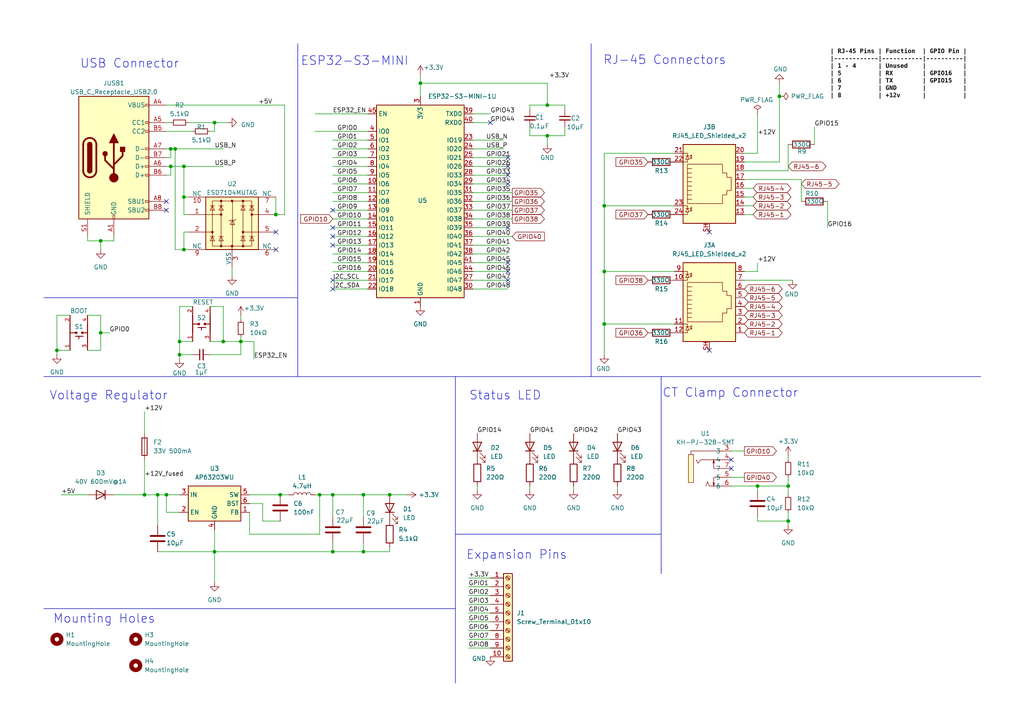
<source format=kicad_sch>
(kicad_sch (version 20231120) (generator "eeschema") (generator_version "8.0")
  (paper "A4")
  (junction (at 158.75 30.48))
  (junction (at 64.77 99.06))
  (junction (at 96.52 143.51))
  (junction (at 175.26 93.98))
  (junction (at 29.21 96.52))
  (junction (at 158.75 39.37))
  (junction (at 105.41 143.51))
  (junction (at 92.71 143.51))
  (junction (at 48.26 143.51))
  (junction (at 50.8 43.18))
  (junction (at 49.53 43.18))
  (junction (at 49.53 48.26))
  (junction (at 69.85 99.06))
  (junction (at 219.71 140.97))
  (junction (at 175.26 59.69))
  (junction (at 41.91 143.51))
  (junction (at 62.23 160.02))
  (junction (at 175.26 78.74))
  (junction (at 121.92 24.13))
  (junction (at 16.51 101.6))
  (junction (at 80.01 62.23))
  (junction (at 53.34 72.39))
  (junction (at 45.72 143.51))
  (junction (at 81.28 143.51))
  (junction (at 96.52 160.02))
  (junction (at 226.06 27.94))
  (junction (at 52.07 102.87))
  (junction (at 105.41 160.02))
  (junction (at 53.34 48.26))
  (junction (at 228.6 151.13))
  (junction (at 113.03 143.51))
  (junction (at 52.07 99.06))
  (junction (at 53.34 57.15))
  (junction (at 62.23 35.56))
  (junction (at 29.21 69.85))
  (junction (at 228.6 140.97))
  (no_connect (at 147.32 53.34))
  (no_connect (at 80.01 67.31))
  (no_connect (at 147.32 50.8))
  (no_connect (at 96.52 83.82))
  (no_connect (at 212.09 135.89))
  (no_connect (at 205.74 101.6))
  (no_connect (at 147.32 81.28))
  (no_connect (at 147.32 76.2))
  (no_connect (at 142.24 35.56))
  (no_connect (at 147.32 78.74))
  (no_connect (at 96.52 68.58))
  (no_connect (at 147.32 66.04))
  (no_connect (at 205.74 67.31))
  (no_connect (at 48.26 58.42))
  (no_connect (at 96.52 60.96))
  (no_connect (at 147.32 48.26))
  (no_connect (at 80.01 72.39))
  (no_connect (at 48.26 60.96))
  (no_connect (at 147.32 45.72))
  (no_connect (at 212.09 133.35))
  (no_connect (at 96.52 71.12))
  (no_connect (at 96.52 81.28))
  (no_connect (at 96.52 66.04))
  (wire (pts (xy 64.77 88.9) (xy 64.77 99.06)))
  (wire (pts (xy 175.26 93.98) (xy 195.58 93.98)))
  (wire (pts (xy 62.23 168.91) (xy 62.23 160.02)))
  (wire (pts (xy 54.61 35.56) (xy 62.23 35.56)))
  (wire (pts (xy 137.16 81.28) (xy 147.32 81.28)))
  (wire (pts (xy 76.2 151.13) (xy 76.2 146.05)))
  (wire (pts (xy 80.01 62.23) (xy 82.55 62.23)))
  (wire (pts (xy 163.83 39.37) (xy 158.75 39.37)))
  (wire (pts (xy 20.32 91.44) (xy 16.51 91.44)))
  (wire (pts (xy 25.4 101.6) (xy 29.21 101.6)))
  (wire (pts (xy 33.02 143.51) (xy 41.91 143.51)))
  (wire (pts (xy 163.83 36.83) (xy 163.83 39.37)))
  (wire (pts (xy 135.89 187.96) (xy 142.24 187.96)))
  (wire (pts (xy 62.23 160.02) (xy 62.23 153.67)))
  (wire (pts (xy 29.21 101.6) (xy 29.21 96.52)))
  (wire (pts (xy 215.9 78.74) (xy 219.71 78.74)))
  (wire (pts (xy 16.51 101.6) (xy 20.32 101.6)))
  (wire (pts (xy 64.77 88.9) (xy 60.96 88.9)))
  (wire (pts (xy 219.71 151.13) (xy 228.6 151.13)))
  (wire (pts (xy 53.34 57.15) (xy 53.34 62.23)))
  (wire (pts (xy 228.6 140.97) (xy 219.71 140.97)))
  (wire (pts (xy 215.9 52.07) (xy 232.41 52.07)))
  (wire (pts (xy 219.71 78.74) (xy 219.71 76.2)))
  (wire (pts (xy 135.89 177.8) (xy 142.24 177.8)))
  (wire (pts (xy 52.07 88.9) (xy 55.88 88.9)))
  (wire (pts (xy 137.16 76.2) (xy 147.32 76.2)))
  (wire (pts (xy 226.06 24.13) (xy 226.06 27.94)))
  (wire (pts (xy 121.92 21.59) (xy 121.92 24.13)))
  (wire (pts (xy 91.44 33.02) (xy 106.68 33.02)))
  (wire (pts (xy 138.43 140.97) (xy 138.43 142.24)))
  (wire (pts (xy 92.71 143.51) (xy 92.71 154.94)))
  (wire (pts (xy 163.83 31.75) (xy 163.83 30.48)))
  (wire (pts (xy 83.82 143.51) (xy 81.28 143.51)))
  (wire (pts (xy 72.39 148.59) (xy 72.39 154.94)))
  (wire (pts (xy 215.9 59.69) (xy 218.44 59.69)))
  (wire (pts (xy 137.16 68.58) (xy 148.59 68.58)))
  (wire (pts (xy 92.71 143.51) (xy 91.44 143.51)))
  (wire (pts (xy 96.52 66.04) (xy 106.68 66.04)))
  (wire (pts (xy 53.34 48.26) (xy 53.34 57.15)))
  (wire (pts (xy 96.52 157.48) (xy 96.52 160.02)))
  (wire (pts (xy 53.34 57.15) (xy 54.61 57.15)))
  (wire (pts (xy 226.06 27.94) (xy 226.06 46.99)))
  (wire (pts (xy 96.52 53.34) (xy 106.68 53.34)))
  (wire (pts (xy 215.9 57.15) (xy 218.44 57.15)))
  (wire (pts (xy 158.75 24.13) (xy 158.75 30.48)))
  (polyline (pts (xy 12.7 176.53) (xy 132.08 176.53)))
  (wire (pts (xy 175.26 93.98) (xy 175.26 102.87)))
  (wire (pts (xy 96.52 40.64) (xy 106.68 40.64)))
  (wire (pts (xy 228.6 133.35) (xy 228.6 132.08)))
  (wire (pts (xy 219.71 149.86) (xy 219.71 151.13)))
  (wire (pts (xy 175.26 59.69) (xy 195.58 59.69)))
  (wire (pts (xy 49.53 45.72) (xy 49.53 43.18)))
  (wire (pts (xy 96.52 48.26) (xy 106.68 48.26)))
  (wire (pts (xy 135.89 182.88) (xy 142.24 182.88)))
  (wire (pts (xy 105.41 143.51) (xy 113.03 143.51)))
  (wire (pts (xy 48.26 30.48) (xy 82.55 30.48)))
  (wire (pts (xy 137.16 48.26) (xy 147.32 48.26)))
  (wire (pts (xy 158.75 30.48) (xy 163.83 30.48)))
  (wire (pts (xy 17.78 143.51) (xy 25.4 143.51)))
  (wire (pts (xy 64.77 99.06) (xy 69.85 99.06)))
  (wire (pts (xy 158.75 30.48) (xy 153.67 30.48)))
  (wire (pts (xy 25.4 69.85) (xy 29.21 69.85)))
  (wire (pts (xy 228.6 138.43) (xy 228.6 140.97)))
  (wire (pts (xy 175.26 59.69) (xy 175.26 78.74)))
  (wire (pts (xy 29.21 72.39) (xy 29.21 69.85)))
  (wire (pts (xy 53.34 72.39) (xy 50.8 72.39)))
  (wire (pts (xy 232.41 58.42) (xy 232.41 52.07)))
  (wire (pts (xy 135.89 172.72) (xy 142.24 172.72)))
  (polyline (pts (xy 132.08 154.94) (xy 191.77 154.94)))
  (wire (pts (xy 137.16 50.8) (xy 147.32 50.8)))
  (wire (pts (xy 215.9 54.61) (xy 218.44 54.61)))
  (wire (pts (xy 137.16 43.18) (xy 146.05 43.18)))
  (wire (pts (xy 96.52 68.58) (xy 106.68 68.58)))
  (wire (pts (xy 49.53 48.26) (xy 53.34 48.26)))
  (wire (pts (xy 137.16 63.5) (xy 148.59 63.5)))
  (wire (pts (xy 41.91 143.51) (xy 45.72 143.51)))
  (wire (pts (xy 54.61 72.39) (xy 53.34 72.39)))
  (wire (pts (xy 31.75 96.52) (xy 29.21 96.52)))
  (wire (pts (xy 45.72 160.02) (xy 62.23 160.02)))
  (wire (pts (xy 96.52 43.18) (xy 106.68 43.18)))
  (wire (pts (xy 179.07 140.97) (xy 179.07 142.24)))
  (wire (pts (xy 215.9 44.45) (xy 219.71 44.45)))
  (wire (pts (xy 135.89 175.26) (xy 142.24 175.26)))
  (wire (pts (xy 113.03 143.51) (xy 118.11 143.51)))
  (wire (pts (xy 137.16 58.42) (xy 148.59 58.42)))
  (wire (pts (xy 81.28 143.51) (xy 72.39 143.51)))
  (wire (pts (xy 52.07 148.59) (xy 48.26 148.59)))
  (wire (pts (xy 137.16 60.96) (xy 148.59 60.96)))
  (wire (pts (xy 137.16 40.64) (xy 146.05 40.64)))
  (wire (pts (xy 96.52 78.74) (xy 106.68 78.74)))
  (wire (pts (xy 228.6 148.59) (xy 228.6 151.13)))
  (wire (pts (xy 105.41 157.48) (xy 105.41 160.02)))
  (wire (pts (xy 135.89 185.42) (xy 142.24 185.42)))
  (wire (pts (xy 29.21 96.52) (xy 29.21 91.44)))
  (wire (pts (xy 48.26 50.8) (xy 49.53 50.8)))
  (wire (pts (xy 69.85 97.79) (xy 69.85 99.06)))
  (wire (pts (xy 236.22 36.83) (xy 236.22 41.91)))
  (wire (pts (xy 105.41 143.51) (xy 96.52 143.51)))
  (wire (pts (xy 16.51 91.44) (xy 16.51 101.6)))
  (wire (pts (xy 69.85 99.06) (xy 69.85 102.87)))
  (wire (pts (xy 45.72 143.51) (xy 45.72 152.4)))
  (wire (pts (xy 228.6 49.53) (xy 215.9 49.53)))
  (wire (pts (xy 52.07 88.9) (xy 52.07 99.06)))
  (wire (pts (xy 48.26 143.51) (xy 52.07 143.51)))
  (wire (pts (xy 137.16 66.04) (xy 147.32 66.04)))
  (wire (pts (xy 240.03 58.42) (xy 240.03 66.04)))
  (wire (pts (xy 91.44 38.1) (xy 106.68 38.1)))
  (wire (pts (xy 142.24 33.02) (xy 137.16 33.02)))
  (polyline (pts (xy 191.77 109.22) (xy 191.77 166.37)))
  (wire (pts (xy 52.07 102.87) (xy 55.88 102.87)))
  (wire (pts (xy 48.26 45.72) (xy 49.53 45.72)))
  (wire (pts (xy 53.34 67.31) (xy 53.34 72.39)))
  (wire (pts (xy 60.96 102.87) (xy 69.85 102.87)))
  (wire (pts (xy 175.26 44.45) (xy 175.26 59.69)))
  (wire (pts (xy 50.8 43.18) (xy 64.77 43.18)))
  (wire (pts (xy 215.9 62.23) (xy 218.44 62.23)))
  (wire (pts (xy 142.24 35.56) (xy 137.16 35.56)))
  (wire (pts (xy 219.71 33.02) (xy 219.71 44.45)))
  (wire (pts (xy 49.53 43.18) (xy 50.8 43.18)))
  (polyline (pts (xy 12.7 109.22) (xy 284.48 109.22)))
  (wire (pts (xy 62.23 38.1) (xy 62.23 35.56)))
  (wire (pts (xy 41.91 133.35) (xy 41.91 143.51)))
  (wire (pts (xy 50.8 72.39) (xy 50.8 43.18)))
  (wire (pts (xy 96.52 63.5) (xy 106.68 63.5)))
  (wire (pts (xy 25.4 91.44) (xy 29.21 91.44)))
  (wire (pts (xy 215.9 81.28) (xy 229.87 81.28)))
  (wire (pts (xy 52.07 102.87) (xy 52.07 104.14)))
  (wire (pts (xy 212.09 140.97) (xy 219.71 140.97)))
  (wire (pts (xy 96.52 83.82) (xy 106.68 83.82)))
  (wire (pts (xy 48.26 35.56) (xy 49.53 35.56)))
  (wire (pts (xy 54.61 67.31) (xy 53.34 67.31)))
  (wire (pts (xy 96.52 81.28) (xy 106.68 81.28)))
  (wire (pts (xy 96.52 58.42) (xy 106.68 58.42)))
  (wire (pts (xy 53.34 48.26) (xy 64.77 48.26)))
  (wire (pts (xy 135.89 167.64) (xy 142.24 167.64)))
  (polyline (pts (xy 321.31 71.12) (xy 389.89 71.12)))
  (polyline (pts (xy 86.36 12.7) (xy 86.36 109.22)))
  (wire (pts (xy 105.41 143.51) (xy 105.41 149.86)))
  (wire (pts (xy 16.51 101.6) (xy 16.51 102.87)))
  (wire (pts (xy 153.67 31.75) (xy 153.67 30.48)))
  (wire (pts (xy 105.41 160.02) (xy 113.03 160.02)))
  (wire (pts (xy 96.52 143.51) (xy 96.52 149.86)))
  (wire (pts (xy 121.92 24.13) (xy 121.92 27.94)))
  (wire (pts (xy 48.26 148.59) (xy 48.26 143.51)))
  (wire (pts (xy 153.67 36.83) (xy 153.67 39.37)))
  (wire (pts (xy 96.52 55.88) (xy 106.68 55.88)))
  (wire (pts (xy 80.01 57.15) (xy 80.01 62.23)))
  (wire (pts (xy 62.23 35.56) (xy 66.04 35.56)))
  (wire (pts (xy 82.55 62.23) (xy 82.55 30.48)))
  (wire (pts (xy 69.85 91.44) (xy 69.85 92.71)))
  (wire (pts (xy 158.75 39.37) (xy 153.67 39.37)))
  (polyline (pts (xy 132.08 109.22) (xy 132.08 198.12)))
  (wire (pts (xy 52.07 102.87) (xy 52.07 99.06)))
  (wire (pts (xy 135.89 180.34) (xy 142.24 180.34)))
  (wire (pts (xy 166.37 140.97) (xy 166.37 142.24)))
  (wire (pts (xy 81.28 151.13) (xy 76.2 151.13)))
  (wire (pts (xy 96.52 60.96) (xy 106.68 60.96)))
  (wire (pts (xy 228.6 152.4) (xy 228.6 151.13)))
  (wire (pts (xy 137.16 45.72) (xy 147.32 45.72)))
  (wire (pts (xy 228.6 140.97) (xy 228.6 143.51)))
  (wire (pts (xy 96.52 143.51) (xy 92.71 143.51)))
  (wire (pts (xy 48.26 48.26) (xy 49.53 48.26)))
  (wire (pts (xy 52.07 99.06) (xy 55.88 99.06)))
  (wire (pts (xy 96.52 45.72) (xy 106.68 45.72)))
  (wire (pts (xy 96.52 50.8) (xy 106.68 50.8)))
  (wire (pts (xy 54.61 62.23) (xy 53.34 62.23)))
  (wire (pts (xy 96.52 160.02) (xy 105.41 160.02)))
  (wire (pts (xy 175.26 78.74) (xy 195.58 78.74)))
  (polyline (pts (xy 12.7 86.36) (xy 86.36 86.36)))
  (wire (pts (xy 96.52 76.2) (xy 106.68 76.2)))
  (wire (pts (xy 49.53 50.8) (xy 49.53 48.26)))
  (wire (pts (xy 25.4 68.58) (xy 25.4 69.85)))
  (wire (pts (xy 96.52 73.66) (xy 106.68 73.66)))
  (wire (pts (xy 67.31 77.47) (xy 67.31 80.01)))
  (wire (pts (xy 48.26 38.1) (xy 55.88 38.1)))
  (wire (pts (xy 135.89 170.18) (xy 142.24 170.18)))
  (wire (pts (xy 137.16 83.82) (xy 147.32 83.82)))
  (wire (pts (xy 33.02 69.85) (xy 29.21 69.85)))
  (wire (pts (xy 72.39 146.05) (xy 76.2 146.05)))
  (wire (pts (xy 60.96 99.06) (xy 64.77 99.06)))
  (wire (pts (xy 153.67 140.97) (xy 153.67 142.24)))
  (wire (pts (xy 158.75 24.13) (xy 121.92 24.13)))
  (wire (pts (xy 228.6 41.91) (xy 228.6 49.53)))
  (wire (pts (xy 137.16 71.12) (xy 147.32 71.12)))
  (wire (pts (xy 96.52 71.12) (xy 106.68 71.12)))
  (wire (pts (xy 212.09 138.43) (xy 215.9 138.43)))
  (wire (pts (xy 62.23 160.02) (xy 96.52 160.02)))
  (wire (pts (xy 137.16 55.88) (xy 148.59 55.88)))
  (wire (pts (xy 175.26 78.74) (xy 175.26 93.98)))
  (wire (pts (xy 72.39 154.94) (xy 92.71 154.94)))
  (wire (pts (xy 41.91 119.38) (xy 41.91 125.73)))
  (wire (pts (xy 48.26 43.18) (xy 49.53 43.18)))
  (wire (pts (xy 195.58 44.45) (xy 175.26 44.45)))
  (wire (pts (xy 158.75 41.91) (xy 158.75 39.37)))
  (wire (pts (xy 137.16 53.34) (xy 147.32 53.34)))
  (wire (pts (xy 212.09 130.81) (xy 215.9 130.81)))
  (wire (pts (xy 219.71 142.24) (xy 219.71 140.97)))
  (wire (pts (xy 73.66 99.06) (xy 69.85 99.06)))
  (wire (pts (xy 33.02 68.58) (xy 33.02 69.85)))
  (wire (pts (xy 60.96 38.1) (xy 62.23 38.1)))
  (wire (pts (xy 113.03 158.75) (xy 113.03 160.02)))
  (wire (pts (xy 215.9 46.99) (xy 226.06 46.99)))
  (polyline (pts (xy 171.45 12.7) (xy 171.45 109.22)))
  (wire (pts (xy 137.16 73.66) (xy 147.32 73.66)))
  (wire (pts (xy 73.66 104.14) (xy 73.66 99.06)))
  (wire (pts (xy 137.16 78.74) (xy 147.32 78.74)))
  (wire (pts (xy 45.72 143.51) (xy 48.26 143.51)))
  (text "ESP32-S3-MINI" (exclude_from_sim yes) (at 102.87 17.78 0) (effects (font (size 2.54 2.54))))
  (text "USB Connector" (exclude_from_sim yes) (at 37.592 18.542 0) (effects (font (size 2.54 2.54))))
  (text "RJ-45 Connectors" (exclude_from_sim yes) (at 192.786 17.526 0) (effects (font (size 2.54 2.54))))
  (text "Status LED" (exclude_from_sim yes) (at 146.558 114.808 0) (effects (font (size 2.54 2.54))))
  (text "CT Clamp Connector" (exclude_from_sim yes) (at 211.836 114.046 0) (effects (font (size 2.54 2.54))))
  (text "Expansion Pins" (exclude_from_sim yes) (at 149.86 161.036 0) (effects (font (size 2.54 2.54))))
  (text "Voltage Regulator" (exclude_from_sim yes) (at 31.496 114.808 0) (effects (font (size 2.54 2.54))))
  (text "Mounting Holes" (exclude_from_sim yes) (at 30.226 179.578 0) (effects (font (size 2.54 2.54))))
  (text "| RJ-45 Pins | Function  | GPIO Pin |\n|------------|-----------|----------|\n| 1 - 4      | Unused    |          |\n| 5          | RX        | GPIO16   |\n| 6          | TX        | GPIO15   |\n| 7          | GND       |          |\n| 8          | +12v      |          |" (exclude_from_sim yes) (at 260.604 21.844 0) (effects (font (size 1.27 1.27) (thickness 0.254) (bold yes))))
  (label "GPIO8" (at 97.79 58.42 0))
  (label "GPIO42" (at 166.37 125.73 0))
  (label "GPIO47" (at 140.97 81.28 0))
  (label "GPIO6" (at 135.89 182.88 0))
  (label "GPIO12" (at 97.79 68.58 0))
  (label "GPIO21" (at 140.97 45.72 0))
  (label "GPIO8" (at 135.89 187.96 0))
  (label "ESP32_EN" (at 73.66 104.14 0))
  (label "GPIO46" (at 140.97 78.74 0))
  (label "GPIO38" (at 140.97 63.5 0))
  (label "GPIO16" (at 240.03 66.04 0))
  (label "GPIO40" (at 140.97 68.58 0))
  (label "USB_P" (at 62.23 48.26 0))
  (label "GPIO6" (at 97.79 53.34 0))
  (label "GPIO15" (at 97.79 76.2 0))
  (label "GPIO13" (at 97.79 71.12 0))
  (label "GPIO1" (at 135.89 170.18 0))
  (label "USB_N" (at 140.97 40.64 0))
  (label "+12V" (at 219.71 39.37 0))
  (label "+3.3V" (at 135.89 167.64 0))
  (label "GPIO41" (at 153.67 125.73 0))
  (label "GPIO14" (at 97.79 73.66 0))
  (label "+12V" (at 41.91 119.38 0))
  (label "GPIO15" (at 236.22 36.83 0))
  (label "GPIO35" (at 140.97 55.88 0))
  (label "GPIO10" (at 97.79 63.5 0))
  (label "GPIO4" (at 135.89 177.8 0))
  (label "+5V" (at 74.93 30.48 0))
  (label "GPIO4" (at 97.79 48.26 0))
  (label "GPIO41" (at 140.97 71.12 0))
  (label "GPIO2" (at 97.79 43.18 0))
  (label "GPIO43" (at 142.24 33.02 0))
  (label "GPIO9" (at 97.79 60.96 0))
  (label "I2C_SDA" (at 96.52 83.82 0))
  (label "GPIO7" (at 97.79 55.88 0))
  (label "GPIO33" (at 140.97 50.8 0))
  (label "+3.3V" (at 165.1 22.86 180))
  (label "GPIO48" (at 140.97 83.82 0))
  (label "GPIO3" (at 97.79 45.72 0))
  (label "USB_P" (at 140.97 43.18 0))
  (label "+12V_fused" (at 41.91 138.43 0))
  (label "+12V" (at 219.71 76.2 0))
  (label "GPIO16" (at 97.79 78.74 0))
  (label "GPIO14" (at 138.43 125.73 0))
  (label "I2C_SCL" (at 96.52 81.28 0))
  (label "GPIO42" (at 140.97 73.66 0))
  (label "GPIO34" (at 140.97 53.34 0))
  (label "GPIO11" (at 97.79 66.04 0))
  (label "+5V" (at 17.78 143.51 0))
  (label "GPIO45" (at 140.97 76.2 0))
  (label "GPIO5" (at 135.89 180.34 0))
  (label "GPIO3" (at 135.89 175.26 0))
  (label "GPIO37" (at 140.97 60.96 0))
  (label "GPIO5" (at 97.79 50.8 0))
  (label "GPIO44" (at 142.24 35.56 0))
  (label "GPIO39" (at 140.97 66.04 0))
  (label "GPIO26" (at 140.97 48.26 0))
  (label "ESP32_EN" (at 96.52 33.02 0))
  (label "GPIO0" (at 97.79 38.1 0))
  (label "USB_N" (at 62.23 43.18 0))
  (label "GPIO2" (at 135.89 172.72 0))
  (label "GPIO0" (at 31.75 96.52 0))
  (label "GPIO43" (at 179.07 125.73 0))
  (label "GPIO7" (at 135.89 185.42 0))
  (label "GPIO36" (at 140.97 58.42 0))
  (label "GPIO1" (at 97.79 40.64 0))
  (global_label "RJ45-1" (shape bidirectional) (at 218.44 62.23 0) (property "Intersheetrefs" "${INTERSHEET_REFS}" (effects (hide yes))))
  (global_label "RJ45-2" (shape bidirectional) (at 218.44 59.69 0) (property "Intersheetrefs" "${INTERSHEET_REFS}" (effects (hide yes))))
  (global_label "RJ45-5" (shape bidirectional) (at 215.9 86.36 0) (property "Intersheetrefs" "${INTERSHEET_REFS}" (effects (hide yes))))
  (global_label "GPIO37" (shape input) (at 187.96 62.23 180) (property "Intersheetrefs" "${INTERSHEET_REFS}" (effects (hide yes))))
  (global_label "RJ45-6" (shape bidirectional) (at 215.9 83.82 0) (property "Intersheetrefs" "${INTERSHEET_REFS}" (effects (hide yes))))
  (global_label "GPIO40" (shape output) (at 215.9 138.43 0) (property "Intersheetrefs" "${INTERSHEET_REFS}" (effects (hide yes))))
  (global_label "GPIO35" (shape output) (at 148.59 55.88 0) (property "Intersheetrefs" "${INTERSHEET_REFS}" (effects (hide yes))))
  (global_label "RJ45-4" (shape bidirectional) (at 218.44 54.61 0) (property "Intersheetrefs" "${INTERSHEET_REFS}" (effects (hide yes))))
  (global_label "RJ45-6" (shape bidirectional) (at 228.6 48.26 0) (property "Intersheetrefs" "${INTERSHEET_REFS}" (effects (hide yes))))
  (global_label "RJ45-4" (shape bidirectional) (at 215.9 88.9 0) (property "Intersheetrefs" "${INTERSHEET_REFS}" (effects (hide yes))))
  (global_label "RJ45-3" (shape bidirectional) (at 215.9 91.44 0) (property "Intersheetrefs" "${INTERSHEET_REFS}" (effects (hide yes))))
  (global_label "GPIO37" (shape output) (at 148.59 60.96 0) (property "Intersheetrefs" "${INTERSHEET_REFS}" (effects (hide yes))))
  (global_label "GPIO36" (shape output) (at 148.59 58.42 0) (property "Intersheetrefs" "${INTERSHEET_REFS}" (effects (hide yes))))
  (global_label "GPIO36" (shape input) (at 187.96 96.52 180) (property "Intersheetrefs" "${INTERSHEET_REFS}" (effects (hide yes))))
  (global_label "GPIO38" (shape output) (at 148.59 63.5 0) (property "Intersheetrefs" "${INTERSHEET_REFS}" (effects (hide yes))))
  (global_label "RJ45-2" (shape bidirectional) (at 215.9 93.98 0) (property "Intersheetrefs" "${INTERSHEET_REFS}" (effects (hide yes))))
  (global_label "GPIO10" (shape input) (at 96.52 63.5 180) (property "Intersheetrefs" "${INTERSHEET_REFS}" (effects (hide yes))))
  (global_label "RJ45-5" (shape bidirectional) (at 232.41 53.34 0) (property "Intersheetrefs" "${INTERSHEET_REFS}" (effects (hide yes))))
  (global_label "GPIO40" (shape input) (at 148.59 68.58 0) (property "Intersheetrefs" "${INTERSHEET_REFS}" (effects (hide yes))))
  (global_label "RJ45-1" (shape bidirectional) (at 215.9 96.52 0) (property "Intersheetrefs" "${INTERSHEET_REFS}" (effects (hide yes))))
  (global_label "GPIO10" (shape output) (at 215.9 130.81 0) (property "Intersheetrefs" "${INTERSHEET_REFS}" (effects (hide yes))))
  (global_label "GPIO35" (shape input) (at 187.96 46.99 180) (property "Intersheetrefs" "${INTERSHEET_REFS}" (effects (hide yes))))
  (global_label "RJ45-3" (shape bidirectional) (at 218.44 57.15 0) (property "Intersheetrefs" "${INTERSHEET_REFS}" (effects (hide yes))))
  (global_label "GPIO38" (shape input) (at 187.96 81.28 180) (property "Intersheetrefs" "${INTERSHEET_REFS}" (effects (hide yes))))
  (symbol (lib_id "Device:C_Small") (at 153.67 34.29 0) (unit 1)
    (property "Reference" "C1" (at 156.464 34.036 0))
    (property "Value" "0.1μF" (at 156.464 36.576 0))
    (property "Footprint" "Capacitor_SMD:C_0603_1608Metric" (effects (hide yes)))
    (property "Datasheet" "https://jlcpcb.com/partdetail/C14663" (effects (hide yes)))
    (property "JLC Part#" "C14663" (effects (hide yes)))
  )
  (symbol (lib_id "Device:LED") (at 138.43 129.54 90) (unit 1)
    (property "Reference" "D2" (at 142.24 129.8574 90) (effects (justify right)))
    (property "Value" "LED" (at 142.24 132.3974 90) (effects (justify right)))
    (property "Footprint" "LED_SMD:LED_0603_1608Metric" (effects (hide yes)))
    (property "Datasheet" "https://jlcpcb.com/partdetail/Hubei_KentoElec-KT0603R/C2286" (effects (hide yes)))
    (property "Description" "Light emitting diode" (effects (hide yes)))
    (property "JLC Part#" "C2286" (effects (hide yes)))
  )
  (symbol (lib_id "power:GND") (at 121.92 88.9 0) (unit 1)
    (property "Reference" "#PWR024" (effects (hide yes)))
    (property "Value" "GND" (at 121.92 93.98 0))
  )
  (symbol (lib_id "power:GND") (at 158.75 41.91 0) (unit 1)
    (property "Reference" "#PWR011" (effects (hide yes)))
    (property "Value" "GND" (at 160.782 45.72 0) (effects (justify right)))
  )
  (symbol (lib_id "Device:R") (at 179.07 137.16 0) (unit 1)
    (property "Reference" "R8" (at 181.61 135.8899 0) (effects (justify left)))
    (property "Value" "220Ω" (at 181.61 138.4299 0) (effects (justify left)))
    (property "Footprint" "Resistor_SMD:R_0603_1608Metric" (effects (hide yes)))
    (property "Datasheet" "https://jlcpcb.com/partdetail/C22962" (effects (hide yes)))
    (property "Description" "Resistor" (effects (hide yes)))
    (property "JLC Part#" "C22962" (effects (hide yes)))
  )
  (symbol (lib_id "power:PWR_FLAG") (at 219.71 33.02 0) (unit 1)
    (property "Reference" "#FLG01" (effects (hide yes)))
    (property "Value" "PWR_FLAG" (at 219.456 28.956 0))
    (property "Description" "Special symbol for telling ERC where power comes from" (effects (hide yes)))
  )
  (symbol (lib_id "Device:C_Small") (at 58.42 102.87 90) (unit 1)
    (property "Reference" "C3" (at 58.42 106.172 90))
    (property "Value" "1μF" (at 58.42 107.95 90))
    (property "Footprint" "Capacitor_SMD:C_0603_1608Metric" (effects (hide yes)))
    (property "Datasheet" "https://jlcpcb.com/partdetail/C15849" (effects (hide yes)))
    (property "JLC Part#" "C15849" (effects (hide yes)))
  )
  (symbol (lib_id "power:GND") (at 226.06 24.13 180) (unit 1)
    (property "Reference" "#PWR08" (effects (hide yes)))
    (property "Value" "GND" (at 224.282 20.066 0) (effects (justify right)))
    (property "Description" "Power symbol creates a global label with name \"GND\" , ground" (effects (hide yes)))
  )
  (symbol (lib_id "Mechanical:MountingHole") (at 16.51 185.42 0) (unit 1) (exclude_from_sim yes) (in_bom no)
    (property "Reference" "H1" (at 19.05 184.1499 0) (effects (justify left)))
    (property "Value" "MountingHole" (at 19.05 186.6899 0) (effects (justify left)))
    (property "Footprint" "MountingHole:MountingHole_3.2mm_M3" (effects (hide yes)))
    (property "Description" "Mounting Hole without connection" (effects (hide yes)))
  )
  (symbol (lib_id "power:PWR_FLAG") (at 226.06 27.94 270) (unit 1)
    (property "Reference" "#FLG02" (effects (hide yes)))
    (property "Value" "PWR_FLAG" (at 234.188 27.94 90))
    (property "Description" "Special symbol for telling ERC where power comes from" (effects (hide yes)))
  )
  (symbol (lib_id "power:GND") (at 229.87 81.28 0) (unit 1)
    (property "Reference" "#PWR021" (effects (hide yes)))
    (property "Value" "GND" (at 231.648 85.344 0) (effects (justify right)))
    (property "Description" "Power symbol creates a global label with name \"GND\" , ground" (effects (hide yes)))
  )
  (symbol (lib_id "Device:R_Small") (at 58.42 38.1 90) (unit 1)
    (property "Reference" "R1" (at 58.42 36.83 90))
    (property "Value" "5.1kΩ" (at 58.42 40.64 90))
    (property "Footprint" "Resistor_SMD:R_0603_1608Metric" (effects (hide yes)))
    (property "Datasheet" "https://jlcpcb.com/partdetail/C23186" (effects (hide yes)))
    (property "JLC Part#" "C23186" (effects (hide yes)))
  )
  (symbol (lib_id "Device:R") (at 191.77 96.52 90) (unit 1)
    (property "Reference" "R16" (at 193.802 99.06 90) (effects (justify left)))
    (property "Value" "330Ω" (at 194.31 96.52 90) (effects (justify left)))
    (property "Footprint" "Resistor_SMD:R_0603_1608Metric" (effects (hide yes)))
    (property "Datasheet" "https://jlcpcb.com/partdetail/23865-0603WAF3300T5E/C23138" (effects (hide yes)))
    (property "Description" "Resistor" (effects (hide yes)))
    (property "JLC Part#" "C23138" (effects (hide yes)))
  )
  (symbol (lib_id "Device:R") (at 191.77 62.23 90) (unit 1)
    (property "Reference" "R14" (at 193.802 64.77 90) (effects (justify left)))
    (property "Value" "330Ω" (at 194.31 62.23 90) (effects (justify left)))
    (property "Footprint" "Resistor_SMD:R_0603_1608Metric" (effects (hide yes)))
    (property "Datasheet" "https://jlcpcb.com/partdetail/23865-0603WAF3300T5E/C23138" (effects (hide yes)))
    (property "Description" "Resistor" (effects (hide yes)))
    (property "JLC Part#" "C23138" (effects (hide yes)))
  )
  (symbol (lib_id "Device:C") (at 105.41 153.67 0) (unit 1)
    (property "Reference" "C9" (at 106.172 148.844 0) (effects (justify left)))
    (property "Value" "22μF" (at 106.426 151.13 0) (effects (justify left)))
    (property "Footprint" "Capacitor_SMD:C_0603_1608Metric" (effects (hide yes)))
    (property "Datasheet" "https://jlcpcb.com/partdetail/60514-CL10A226MQ8NRNC/C59461" (effects (hide yes)))
    (property "Description" "Unpolarized capacitor" (effects (hide yes)))
    (property "JLC Part#" "C59461" (effects (hide yes)))
  )
  (symbol (lib_id "Mechanical:MountingHole") (at 39.37 193.04 0) (unit 1) (exclude_from_sim yes) (in_bom no)
    (property "Reference" "H4" (at 41.91 191.7699 0) (effects (justify left)))
    (property "Value" "MountingHole" (at 41.91 194.3099 0) (effects (justify left)))
    (property "Footprint" "MountingHole:MountingHole_3.2mm_M3" (effects (hide yes)))
    (property "Description" "Mounting Hole without connection" (effects (hide yes)))
  )
  (symbol (lib_id "RF_Module:ESP32-S3-MINI-1U") (at 121.92 58.42 0) (unit 1)
    (property "Reference" "U5" (at 121.158 58.166 0) (effects (justify left)))
    (property "Value" "ESP32-S3-MINI-1U" (at 124.1141 27.94 0) (effects (justify left)))
    (property "Footprint" "RF_Module:ESP32-S2-MINI-1U" (effects (hide yes)))
    (property "Datasheet" "https://www.espressif.com/sites/default/files/documentation/esp32-s3-mini-1_mini-1u_datasheet_en.pdf" (effects (hide yes)))
    (property "Description" "RF Module, ESP32-S3 SoC, Wi-Fi 802.11b/g/n, Bluetooth, BLE, 32-bit, 3.3V, SMD, external antenna" (effects (hide yes)))
    (property "JLC" "https://jlcpcb.com/partdetail/3401551-ESP32_S3_MINI_1UN8/C2980299" (effects (hide yes)))
    (property "JLC Part#" "C2980299" (effects (hide yes)))
  )
  (symbol (lib_id "power:GND") (at 166.37 142.24 0) (unit 1)
    (property "Reference" "#PWR012" (effects (hide yes)))
    (property "Value" "GND" (at 166.37 147.32 0))
  )
  (symbol (lib_id "Device:R_Small") (at 52.07 35.56 90) (unit 1)
    (property "Reference" "R2" (at 52.07 30.48 90))
    (property "Value" "5.1kΩ" (at 52.07 33.02 90))
    (property "Footprint" "Resistor_SMD:R_0603_1608Metric" (effects (hide yes)))
    (property "Datasheet" "https://jlcpcb.com/partdetail/C23186" (effects (hide yes)))
    (property "JLC Part#" "C23186" (effects (hide yes)))
  )
  (symbol (lib_id "power:+3.3V") (at 228.6 132.08 0) (unit 1)
    (property "Reference" "#PWR014" (effects (hide yes)))
    (property "Value" "+3.3V" (at 228.6 128.016 0))
    (property "Description" "Power symbol creates a global label with name \"+3.3V\"" (effects (hide yes)))
  )
  (symbol (lib_id "Power_Protection:D3V3XA4B10LP") (at 67.31 64.77 0) (unit 1)
    (property "Reference" "U2" (at 67.31 53.34 0))
    (property "Value" "ESD7104MUTAG" (at 67.31 55.88 0))
    (property "Footprint" "Package_DFN_QFN:Diodes_UDFN-10_1.0x2.5mm_P0.5mm" (effects (hide yes)))
    (property "Datasheet" "https://jlcpcb.com/partdetail/C2987068" (effects (hide yes)))
    (property "JLC Part#" "C2987068" (effects (hide yes)))
  )
  (symbol (lib_id "Device:R") (at 232.41 41.91 90) (unit 1)
    (property "Reference" "R9" (at 233.934 43.942 90) (effects (justify left)))
    (property "Value" "330Ω" (at 235.204 41.91 90) (effects (justify left)))
    (property "Footprint" "Resistor_SMD:R_0603_1608Metric" (effects (hide yes)))
    (property "Datasheet" "https://jlcpcb.com/partdetail/23865-0603WAF3300T5E/C23138" (effects (hide yes)))
    (property "Description" "Resistor" (effects (hide yes)))
    (property "JLC Part#" "C23138" (effects (hide yes)))
  )
  (symbol (lib_id "Device:D") (at 29.21 143.51 180) (unit 1)
    (property "Reference" "D3" (at 29.21 137.16 0))
    (property "Value" "40V 600mV@1A" (at 29.21 139.7 0))
    (property "Footprint" "Diode_SMD:D_SOD-323" (effects (hide yes)))
    (property "Datasheet" "https://jlcpcb.com/partdetail/GuangdongHottech-1N5819WS/C191023" (effects (hide yes)))
    (property "Description" "Diode" (effects (hide yes)))
    (property "JLC Part#" "C191023" (effects (hide yes)))
  )
  (symbol (lib_id "Device:R") (at 191.77 81.28 90) (unit 1)
    (property "Reference" "R15" (at 193.802 83.82 90) (effects (justify left)))
    (property "Value" "330Ω" (at 194.31 81.28 90) (effects (justify left)))
    (property "Footprint" "Resistor_SMD:R_0603_1608Metric" (effects (hide yes)))
    (property "Datasheet" "https://jlcpcb.com/partdetail/23865-0603WAF3300T5E/C23138" (effects (hide yes)))
    (property "Description" "Resistor" (effects (hide yes)))
    (property "JLC Part#" "C23138" (effects (hide yes)))
  )
  (symbol (lib_id "Device:R") (at 191.77 46.99 90) (unit 1)
    (property "Reference" "R13" (at 193.802 49.53 90) (effects (justify left)))
    (property "Value" "330Ω" (at 194.31 46.99 90) (effects (justify left)))
    (property "Footprint" "Resistor_SMD:R_0603_1608Metric" (effects (hide yes)))
    (property "Datasheet" "https://jlcpcb.com/partdetail/23865-0603WAF3300T5E/C23138" (effects (hide yes)))
    (property "Description" "Resistor" (effects (hide yes)))
    (property "JLC Part#" "C23138" (effects (hide yes)))
  )
  (symbol (lib_id "power:GND") (at 67.31 80.01 0) (unit 1)
    (property "Reference" "#PWR03" (effects (hide yes)))
    (property "Value" "GND" (at 67.31 85.09 0))
  )
  (symbol (lib_id "Device:R") (at 236.22 58.42 90) (unit 1)
    (property "Reference" "R10" (at 237.49 56.134 90) (effects (justify left)))
    (property "Value" "330Ω" (at 239.014 58.42 90) (effects (justify left)))
    (property "Footprint" "Resistor_SMD:R_0603_1608Metric" (effects (hide yes)))
    (property "Datasheet" "https://jlcpcb.com/partdetail/23865-0603WAF3300T5E/C23138" (effects (hide yes)))
    (property "Description" "Resistor" (effects (hide yes)))
    (property "JLC Part#" "C23138" (effects (hide yes)))
  )
  (symbol (lib_id "Device:R") (at 138.43 137.16 0) (unit 1)
    (property "Reference" "R5" (at 140.97 135.8899 0) (effects (justify left)))
    (property "Value" "220Ω" (at 140.97 138.4299 0) (effects (justify left)))
    (property "Footprint" "Resistor_SMD:R_0603_1608Metric" (effects (hide yes)))
    (property "Datasheet" "https://jlcpcb.com/partdetail/C22962" (effects (hide yes)))
    (property "Description" "Resistor" (effects (hide yes)))
    (property "JLC Part#" "C22962" (effects (hide yes)))
  )
  (symbol (lib_id "Mechanical:MountingHole") (at 39.37 185.42 0) (unit 1) (exclude_from_sim yes) (in_bom no)
    (property "Reference" "H3" (at 41.91 184.1499 0) (effects (justify left)))
    (property "Value" "MountingHole" (at 41.91 186.6899 0) (effects (justify left)))
    (property "Footprint" "MountingHole:MountingHole_3.2mm_M3" (effects (hide yes)))
    (property "Description" "Mounting Hole without connection" (effects (hide yes)))
  )
  (symbol (lib_id "Connector:Screw_Terminal_01x10") (at 147.32 177.8 0) (unit 1)
    (property "Reference" "J1" (at 149.86 177.7999 0) (effects (justify left)))
    (property "Value" "Screw_Terminal_01x10" (at 149.86 180.3399 0) (effects (justify left)))
    (property "Footprint" "TerminalBlock_Phoenix:TerminalBlock_Phoenix_MPT-0,5-10-2.54_1x10_P2.54mm_Horizontal" (effects (hide yes)))
    (property "Datasheet" "https://www.lcsc.com/product-detail/Screw-Terminal-Blocks_MAX-MX128-2-54-10P-GN01-Cu-Y-A_C5188450.html" (effects (hide yes)))
    (property "Description" "Generic screw terminal, single row, 01x10, script generated (kicad-library-utils/schlib/autogen/connector/)" (effects (hide yes)))
    (property "JLC Part#" "C5188450" (effects (hide yes)))
  )
  (symbol (lib_id "3.5mm-connector:KH-PJ-328-SMT") (at 207.01 135.89 0) (unit 1)
    (property "Reference" "U1" (at 204.595 125.73 0))
    (property "Value" "KH-PJ-328-SMT" (at 204.595 128.27 0))
    (property "Footprint" "3.5mm-connector:AUDIO-SMD_KH-PJ-328-SMT" (effects (hide yes)))
    (property "Datasheet" "https://jlcpcb.com/partdetail/Shenzhen_KinghelmElec-KH_PJ_328SMT/C5123129" (effects (hide yes)))
    (property "LCSC Part" "C5123129" (effects (hide yes)))
  )
  (symbol (lib_id "power:GND") (at 142.24 190.5 0) (unit 1)
    (property "Reference" "#PWR09" (effects (hide yes)))
    (property "Value" "GND" (at 140.97 191.008 0) (effects (justify right)))
  )
  (symbol (lib_id "Device:R_Small") (at 69.85 95.25 180) (unit 1)
    (property "Reference" "R3" (at 72.39 93.9799 0) (effects (justify right)))
    (property "Value" "10kΩ" (at 72.39 96.5199 0) (effects (justify right)))
    (property "Footprint" "Resistor_SMD:R_0603_1608Metric" (effects (hide yes)))
    (property "Datasheet" "https://jlcpcb.com/partdetail/C25804" (effects (hide yes)))
    (property "JLC Part#" "C25804" (effects (hide yes)))
  )
  (symbol (lib_id "power:GND") (at 66.04 35.56 90) (unit 1)
    (property "Reference" "#PWR01" (effects (hide yes)))
    (property "Value" "GND" (at 69.85 36.195 90) (effects (justify right)))
  )
  (symbol (lib_id "power:GND") (at 175.26 102.87 0) (unit 1)
    (property "Reference" "#PWR019" (effects (hide yes)))
    (property "Value" "GND" (at 177.038 106.934 0) (effects (justify right)))
    (property "Description" "Power symbol creates a global label with name \"GND\" , ground" (effects (hide yes)))
  )
  (symbol (lib_id "Device:R_Small") (at 228.6 146.05 180) (unit 1)
    (property "Reference" "R12" (at 231.14 144.7799 0) (effects (justify right)))
    (property "Value" "10kΩ" (at 231.14 147.3199 0) (effects (justify right)))
    (property "Footprint" "Resistor_SMD:R_0603_1608Metric" (effects (hide yes)))
    (property "Datasheet" "https://jlcpcb.com/partdetail/C25804" (effects (hide yes)))
    (property "JLC Part#" "C25804" (effects (hide yes)))
  )
  (symbol (lib_id "power:+3.3V") (at 118.11 143.51 270) (unit 1)
    (property "Reference" "#PWR017" (effects (hide yes)))
    (property "Value" "+3.3V" (at 121.412 143.51 90) (effects (justify left)))
    (property "Description" "Power symbol creates a global label with name \"+3.3V\"" (effects (hide yes)))
  )
  (symbol (lib_id "Device:R") (at 153.67 137.16 0) (unit 1)
    (property "Reference" "R6" (at 156.21 135.8899 0) (effects (justify left)))
    (property "Value" "220Ω" (at 156.21 138.4299 0) (effects (justify left)))
    (property "Footprint" "Resistor_SMD:R_0603_1608Metric" (effects (hide yes)))
    (property "Datasheet" "https://jlcpcb.com/partdetail/C22962" (effects (hide yes)))
    (property "Description" "Resistor" (effects (hide yes)))
    (property "JLC Part#" "C22962" (effects (hide yes)))
  )
  (symbol (lib_id "SKRPACE010:SKRPACE010") (at 58.42 93.98 90) (unit 1)
    (property "Reference" "S2" (at 57.15 92.202 90) (effects (justify right)))
    (property "Value" "RESET" (at 55.88 87.63 90) (effects (justify right)))
    (property "Footprint" "ALPS SKRPACE010:SW_SKRPACE010" (effects (hide yes)))
    (property "MF" "ALPS" (effects (hide yes)))
    (property "Description_1" "\n                        \n                            Switch Tactile N.O. SPST Button J-Bend 0.05A 16VDC 2.55N SMD Automotive T/R\n                        \n" (effects (hide yes)))
    (property "Package" "None" (effects (hide yes)))
    (property "Price" "None" (effects (hide yes)))
    (property "Check_prices" "https://www.snapeda.com/parts/SKRPACE010/ALPS/view-part/?ref=eda" (effects (hide yes)))
    (property "STANDARD" "Maniufacturer Recommendations" (effects (hide yes)))
    (property "SnapEDA_Link" "https://www.snapeda.com/parts/SKRPACE010/ALPS/view-part/?ref=snap" (effects (hide yes)))
    (property "MP" "SKRPACE010" (effects (hide yes)))
    (property "Availability" "In Stock" (effects (hide yes)))
    (property "MANUFACTURER" "ALPS" (effects (hide yes)))
    (property "JLC Part#" "C139797" (effects (hide yes)))
  )
  (symbol (lib_id "power:GND") (at 29.21 72.39 0) (unit 1)
    (property "Reference" "#PWR02" (effects (hide yes)))
    (property "Value" "GND" (at 29.21 77.47 0))
  )
  (symbol (lib_id "power:GND") (at 228.6 152.4 0) (unit 1)
    (property "Reference" "#PWR015" (effects (hide yes)))
    (property "Value" "GND" (at 228.6 157.48 0))
    (property "Description" "Power symbol creates a global label with name \"GND\" , ground" (effects (hide yes)))
  )
  (symbol (lib_id "Device:R") (at 113.03 154.94 0) (unit 1)
    (property "Reference" "R4" (at 115.57 153.6699 0) (effects (justify left)))
    (property "Value" "5.1kΩ" (at 115.57 156.2099 0) (effects (justify left)))
    (property "Footprint" "Resistor_SMD:R_0603_1608Metric" (effects (hide yes)))
    (property "Datasheet" "https://jlcpcb.com/partdetail/C23186" (effects (hide yes)))
    (property "Description" "Resistor" (effects (hide yes)))
    (property "JLC Part#" "C23186" (effects (hide yes)))
  )
  (symbol (lib_id "Device:Fuse") (at 41.91 129.54 0) (unit 1)
    (property "Reference" "F2" (at 44.45 128.2699 0) (effects (justify left)))
    (property "Value" "33V 500mA" (at 44.45 130.8099 0) (effects (justify left)))
    (property "Footprint" "PCM_Fuse_AKL:Fuse_1206_3216Metric" (effects (hide yes)))
    (property "Datasheet" "https://jlcpcb.com/partdetail/Lute-1206L05033NR/C19193043" (effects (hide yes)))
    (property "Description" "Fuse" (effects (hide yes)))
    (property "JLC Part#" "C19193043" (effects (hide yes)))
  )
  (symbol (lib_id "Device:LED") (at 113.03 147.32 90) (unit 1)
    (property "Reference" "D1" (at 116.84 147.6374 90) (effects (justify right)))
    (property "Value" "LED" (at 116.84 150.1774 90) (effects (justify right)))
    (property "Footprint" "LED_SMD:LED_0603_1608Metric" (effects (hide yes)))
    (property "Datasheet" "https://jlcpcb.com/partdetail/Hubei_KentoElec-KT0603R/C2286" (effects (hide yes)))
    (property "Description" "Light emitting diode" (effects (hide yes)))
    (property "JLC Part#" "C2286" (effects (hide yes)))
  )
  (symbol (lib_id "Device:R_Small") (at 228.6 135.89 180) (unit 1)
    (property "Reference" "R11" (at 231.14 134.6199 0) (effects (justify right)))
    (property "Value" "10kΩ" (at 231.14 137.1599 0) (effects (justify right)))
    (property "Footprint" "Resistor_SMD:R_0603_1608Metric" (effects (hide yes)))
    (property "Datasheet" "https://jlcpcb.com/partdetail/C25804" (effects (hide yes)))
    (property "JLC Part#" "C25804" (effects (hide yes)))
  )
  (symbol (lib_id "Device:LED") (at 166.37 129.54 90) (unit 1)
    (property "Reference" "D4" (at 170.18 129.8574 90) (effects (justify right)))
    (property "Value" "LED" (at 170.18 132.3974 90) (effects (justify right)))
    (property "Footprint" "LED_SMD:LED_0603_1608Metric" (effects (hide yes)))
    (property "Datasheet" "https://jlcpcb.com/partdetail/Hubei_KentoElec-KT0603R/C2286" (effects (hide yes)))
    (property "Description" "Light emitting diode" (effects (hide yes)))
    (property "JLC Part#" "C2286" (effects (hide yes)))
  )
  (symbol (lib_id "Device:L") (at 87.63 143.51 90) (unit 1)
    (property "Reference" "L1" (at 87.63 138.43 90))
    (property "Value" "4.7uH" (at 87.63 140.97 90))
    (property "Footprint" "Inductor_SMD:L_Changjiang_FNR5012S" (effects (hide yes)))
    (property "Datasheet" "https://www.lcsc.com/product-detail/Power-Inductors_cjiang-Changjiang-Microelectronics-Tech-FNR5012S4R7MT_C167909.html" (effects (hide yes)))
    (property "Description" "Inductor" (effects (hide yes)))
    (property "JLC Part#" "C167909" (effects (hide yes)))
    (property "JLC" "https://jlcpcb.com/partdetail/C167909" (effects (hide yes)))
  )
  (symbol (lib_id "power:GND") (at 52.07 104.14 0) (unit 1)
    (property "Reference" "#PWR06" (effects (hide yes)))
    (property "Value" "GND" (at 52.07 108.204 0))
  )
  (symbol (lib_id "Device:C_Small") (at 163.83 34.29 0) (unit 1)
    (property "Reference" "C2" (at 166.878 34.29 0))
    (property "Value" "10μF" (at 166.878 36.83 0))
    (property "Footprint" "Capacitor_SMD:C_0603_1608Metric" (effects (hide yes)))
    (property "Datasheet" "https://jlcpcb.com/partdetail/C96446" (effects (hide yes)))
    (property "JLC Part#" "C96446" (effects (hide yes)))
  )
  (symbol (lib_id "power:+3.3V") (at 69.85 91.44 0) (unit 1)
    (property "Reference" "#PWR013" (effects (hide yes)))
    (property "Value" "+3.3V" (at 73.66 89.408 0))
    (property "Description" "Power symbol creates a global label with name \"+3.3V\"" (effects (hide yes)))
  )
  (symbol (lib_name "GND_1") (lib_id "power:GND") (at 62.23 168.91 0) (unit 1)
    (property "Reference" "#PWR016" (effects (hide yes)))
    (property "Value" "GND" (at 62.23 173.99 0))
    (property "Description" "Power symbol creates a global label with name \"GND\" , ground" (effects (hide yes)))
  )
  (symbol (lib_id "power:GND") (at 16.51 102.87 0) (unit 1)
    (property "Reference" "#PWR04" (effects (hide yes)))
    (property "Value" "GND" (at 16.51 107.95 0))
  )
  (symbol (lib_id "Regulator_Switching:AP63203WU") (at 62.23 146.05 0) (unit 1)
    (property "Reference" "U3" (at 62.23 135.89 0))
    (property "Value" "AP63203WU" (at 62.23 138.43 0))
    (property "Footprint" "Package_TO_SOT_SMD:TSOT-23-6" (effects (hide yes)))
    (property "Datasheet" "https://www.diodes.com/assets/Datasheets/AP63200-AP63201-AP63203-AP63205.pdf" (effects (hide yes)))
    (property "Description" "2A, 1.1MHz Buck DC/DC Converter, fixed 3.3V output voltage, TSOT-23-6" (effects (hide yes)))
    (property "JLC" "https://jlcpcb.com/partdetail/DiodesIncorporated-AP63203WU7/C780769" (effects (hide yes)))
    (property "JLC Part#" "C780769" (effects (hide yes)))
  )
  (symbol (lib_id "Device:C") (at 45.72 156.21 0) (unit 1)
    (property "Reference" "C5" (at 48.26 154.94 0) (effects (justify left)))
    (property "Value" "10μF" (at 48.26 157.48 0) (effects (justify left)))
    (property "Footprint" "Capacitor_SMD:C_0603_1608Metric" (effects (hide yes)))
    (property "Datasheet" "https://jlcpcb.com/partdetail/C96446" (effects (hide yes)))
    (property "Description" "Unpolarized capacitor" (effects (hide yes)))
    (property "JLC Part#" "C96446" (effects (hide yes)))
  )
  (symbol (lib_id "Device:C") (at 81.28 147.32 0) (unit 1)
    (property "Reference" "C6" (at 85.09 146.0499 0) (effects (justify left)))
    (property "Value" "100nF" (at 85.09 148.5899 0) (effects (justify left)))
    (property "Footprint" "Capacitor_SMD:C_0603_1608Metric" (effects (hide yes)))
    (property "Datasheet" "https://jlcpcb.com/partdetail/YAGEO-YAGEOCC0603KRX7R9BB104/C14663" (effects (hide yes)))
    (property "Description" "Unpolarized capacitor" (effects (hide yes)))
    (property "JLC Part#" "C14663" (effects (hide yes)))
  )
  (symbol (lib_id "Device:LED") (at 179.07 129.54 90) (unit 1)
    (property "Reference" "D6" (at 182.88 129.8574 90) (effects (justify right)))
    (property "Value" "LED" (at 182.88 132.3974 90) (effects (justify right)))
    (property "Footprint" "LED_SMD:LED_0603_1608Metric" (effects (hide yes)))
    (property "Datasheet" "https://jlcpcb.com/partdetail/Hubei_KentoElec-KT0603R/C2286" (effects (hide yes)))
    (property "Description" "Light emitting diode" (effects (hide yes)))
    (property "JLC Part#" "C2286" (effects (hide yes)))
  )
  (symbol (lib_id "power:GND") (at 138.43 142.24 0) (unit 1)
    (property "Reference" "#PWR07" (effects (hide yes)))
    (property "Value" "GND" (at 138.43 147.32 0))
  )
  (symbol (lib_id "power:+3.3V") (at 121.92 21.59 0) (unit 1)
    (property "Reference" "#PWR05" (effects (hide yes)))
    (property "Value" "+3.3V" (at 125.73 19.558 0))
    (property "Description" "Power symbol creates a global label with name \"+3.3V\"" (effects (hide yes)))
  )
  (symbol (lib_id "power:GND") (at 153.67 142.24 0) (unit 1)
    (property "Reference" "#PWR010" (effects (hide yes)))
    (property "Value" "GND" (at 153.67 147.32 0))
  )
  (symbol (lib_id "SKRPACE010:SKRPACE010") (at 22.86 96.52 90) (unit 1)
    (property "Reference" "S1" (at 21.59 94.742 90) (effects (justify right)))
    (property "Value" "BOOT" (at 20.32 90.17 90) (effects (justify right)))
    (property "Footprint" "ALPS SKRPACE010:SW_SKRPACE010" (effects (hide yes)))
    (property "MF" "ALPS" (effects (hide yes)))
    (property "Description_1" "\n                        \n                            Switch Tactile N.O. SPST Button J-Bend 0.05A 16VDC 2.55N SMD Automotive T/R\n                        \n" (effects (hide yes)))
    (property "Package" "None" (effects (hide yes)))
    (property "Price" "None" (effects (hide yes)))
    (property "Check_prices" "https://www.snapeda.com/parts/SKRPACE010/ALPS/view-part/?ref=eda" (effects (hide yes)))
    (property "STANDARD" "Maniufacturer Recommendations" (effects (hide yes)))
    (property "SnapEDA_Link" "https://www.snapeda.com/parts/SKRPACE010/ALPS/view-part/?ref=snap" (effects (hide yes)))
    (property "MP" "SKRPACE010" (effects (hide yes)))
    (property "Availability" "In Stock" (effects (hide yes)))
    (property "MANUFACTURER" "ALPS" (effects (hide yes)))
    (property "JLC Part#" "C139797" (effects (hide yes)))
  )
  (symbol (lib_id "Connector:USB_C_Receptacle_USB2.0") (at 33.02 45.72 0) (unit 1)
    (property "Reference" "JUSB1" (at 33.02 24.13 0))
    (property "Value" "USB_C_Receptacle_USB2.0" (at 33.02 26.67 0))
    (property "Footprint" "Connector_USB:USB_C_Receptacle_GCT_USB4105-xx-A_16P_TopMnt_Horizontal" (effects (hide yes)))
    (property "Datasheet" "https://jlcpcb.com/partdetail/Korean_HropartsElec-TYPE_C_31_M12/C165948" (effects (hide yes)))
    (property "JLC Part#" "C165948" (effects (hide yes)))
  )
  (symbol (lib_id "Connector:RJ45_LED_Shielded_x2") (at 205.74 54.61 0) (unit 2)
    (property "Reference" "J3" (at 205.74 36.83 0))
    (property "Value" "RJ45_LED_Shielded_x2" (at 205.74 39.37 0))
    (property "Footprint" "HCTL HC-RJ45-5JA-2-5:undefined_HC-RJ45-5JA-2-5" (effects (hide yes)))
    (property "Description" "RJ connector, 8P8C (8 positions 8 connected), two LEDs, Shielded, two ports" (effects (hide yes)))
    (property "JLC Part#" "C3000180" (effects (hide yes)))
  )
  (symbol (lib_id "Device:LED") (at 153.67 129.54 90) (unit 1)
    (property "Reference" "D5" (at 157.48 129.8574 90) (effects (justify right)))
    (property "Value" "LED" (at 157.48 132.3974 90) (effects (justify right)))
    (property "Footprint" "LED_SMD:LED_0603_1608Metric" (effects (hide yes)))
    (property "Datasheet" "https://jlcpcb.com/partdetail/Hubei_KentoElec-KT0603R/C2286" (effects (hide yes)))
    (property "Description" "Light emitting diode" (effects (hide yes)))
    (property "JLC Part#" "C2286" (effects (hide yes)))
  )
  (symbol (lib_id "Device:C") (at 219.71 146.05 0) (unit 1)
    (property "Reference" "C4" (at 222.25 144.78 0) (effects (justify left)))
    (property "Value" "10μF" (at 222.25 147.32 0) (effects (justify left)))
    (property "Footprint" "Capacitor_SMD:C_0603_1608Metric" (effects (hide yes)))
    (property "Datasheet" "https://jlcpcb.com/partdetail/C96446" (effects (hide yes)))
    (property "Description" "Unpolarized capacitor" (effects (hide yes)))
    (property "JLC Part#" "C96446" (effects (hide yes)))
  )
  (symbol (lib_id "Connector:RJ45_LED_Shielded_x2") (at 205.74 88.9 0) (unit 1)
    (property "Reference" "J3" (at 205.74 71.12 0))
    (property "Value" "RJ45_LED_Shielded_x2" (at 205.74 73.66 0))
    (property "Footprint" "HCTL HC-RJ45-5JA-2-5:undefined_HC-RJ45-5JA-2-5" (effects (hide yes)))
    (property "Datasheet" "https://jlcpcb.com/partdetail/HCTL-HC_RJ45_5JA_25/C3000180" (effects (hide yes)))
    (property "Description" "RJ connector, 8P8C (8 positions 8 connected), two LEDs, Shielded, two ports" (effects (hide yes)))
    (property "JLC Part#" "C3000180" (effects (hide yes)))
  )
  (symbol (lib_id "Device:R") (at 166.37 137.16 0) (unit 1)
    (property "Reference" "R7" (at 168.91 135.8899 0) (effects (justify left)))
    (property "Value" "220Ω" (at 168.91 138.4299 0) (effects (justify left)))
    (property "Footprint" "Resistor_SMD:R_0603_1608Metric" (effects (hide yes)))
    (property "Datasheet" "https://jlcpcb.com/partdetail/C22962" (effects (hide yes)))
    (property "Description" "Resistor" (effects (hide yes)))
    (property "JLC Part#" "C22962" (effects (hide yes)))
  )
  (symbol (lib_id "Device:C") (at 96.52 153.67 0) (unit 1)
    (property "Reference" "C7" (at 97.282 148.59 0) (effects (justify left)))
    (property "Value" "22μF" (at 97.536 150.876 0) (effects (justify left)))
    (property "Footprint" "Capacitor_SMD:C_0603_1608Metric" (effects (hide yes)))
    (property "Datasheet" "https://jlcpcb.com/partdetail/60514-CL10A226MQ8NRNC/C59461" (effects (hide yes)))
    (property "Description" "Unpolarized capacitor" (effects (hide yes)))
    (property "JLC Part#" "C59461" (effects (hide yes)))
  )
  (symbol (lib_id "power:GND") (at 179.07 142.24 0) (unit 1)
    (property "Reference" "#PWR018" (effects (hide yes)))
    (property "Value" "GND" (at 179.07 147.32 0))
  )
)
</source>
